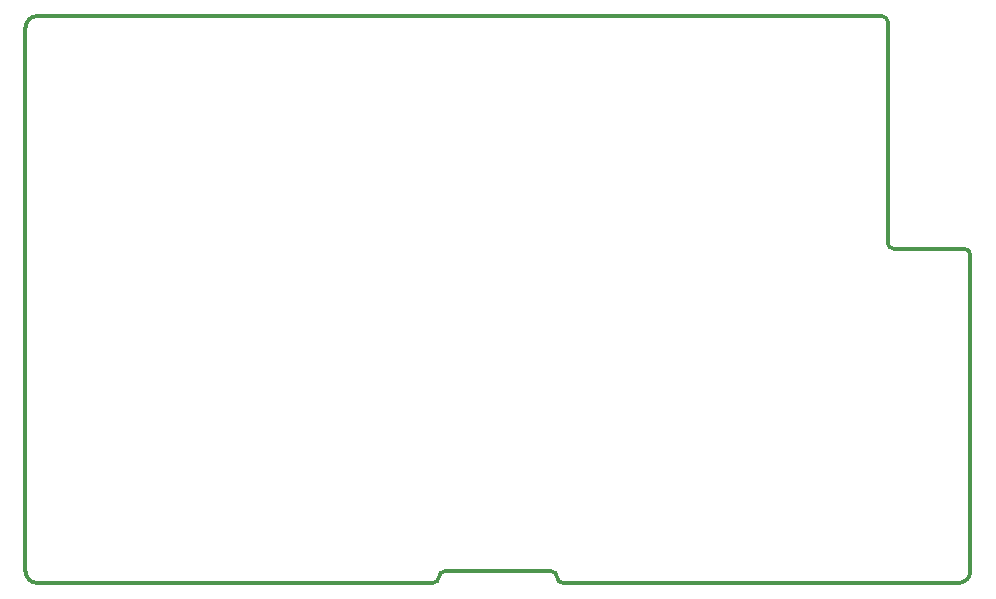
<source format=gbr>
%TF.GenerationSoftware,KiCad,Pcbnew,9.0.1*%
%TF.CreationDate,2025-05-02T11:49:09+03:00*%
%TF.ProjectId,Kampela_H1,4b616d70-656c-4615-9f48-312e6b696361,rev?*%
%TF.SameCoordinates,Original*%
%TF.FileFunction,Profile,NP*%
%FSLAX46Y46*%
G04 Gerber Fmt 4.6, Leading zero omitted, Abs format (unit mm)*
G04 Created by KiCad (PCBNEW 9.0.1) date 2025-05-02 11:49:09*
%MOMM*%
%LPD*%
G01*
G04 APERTURE LIST*
%TA.AperFunction,Profile*%
%ADD10C,0.300000*%
%TD*%
G04 APERTURE END LIST*
D10*
X129160000Y-119010000D02*
G75*
G02*
X128660000Y-119510000I-500000J0D01*
G01*
X166660000Y-71510000D02*
X95160000Y-71510000D01*
X173660000Y-91210000D02*
G75*
G02*
X174160000Y-91710000I0J-500000D01*
G01*
X94160000Y-72510000D02*
X94160000Y-118510000D01*
X129160000Y-119010000D02*
G75*
G02*
X129660000Y-118510000I500000J0D01*
G01*
X167660000Y-91210000D02*
G75*
G02*
X167160000Y-90710000I0J500000D01*
G01*
X94160000Y-72510000D02*
G75*
G02*
X95160000Y-71510000I1000000J0D01*
G01*
X167160000Y-72010000D02*
X167160000Y-90710000D01*
X138660000Y-118510000D02*
X129660000Y-118510000D01*
X167660000Y-91210000D02*
X173660000Y-91210000D01*
X95160000Y-119510000D02*
X128660000Y-119510000D01*
X174160000Y-118510000D02*
G75*
G02*
X173160000Y-119510000I-1000000J0D01*
G01*
X95160000Y-119510000D02*
G75*
G02*
X94160000Y-118510000I0J1000000D01*
G01*
X139660000Y-119510000D02*
X173160000Y-119510000D01*
X139660000Y-119510000D02*
G75*
G02*
X139160000Y-119010000I0J500000D01*
G01*
X174160000Y-118510000D02*
X174160000Y-91710000D01*
X166660000Y-71510000D02*
G75*
G02*
X167160000Y-72010000I0J-500000D01*
G01*
X138660000Y-118510000D02*
G75*
G02*
X139160000Y-119010000I0J-500000D01*
G01*
M02*

</source>
